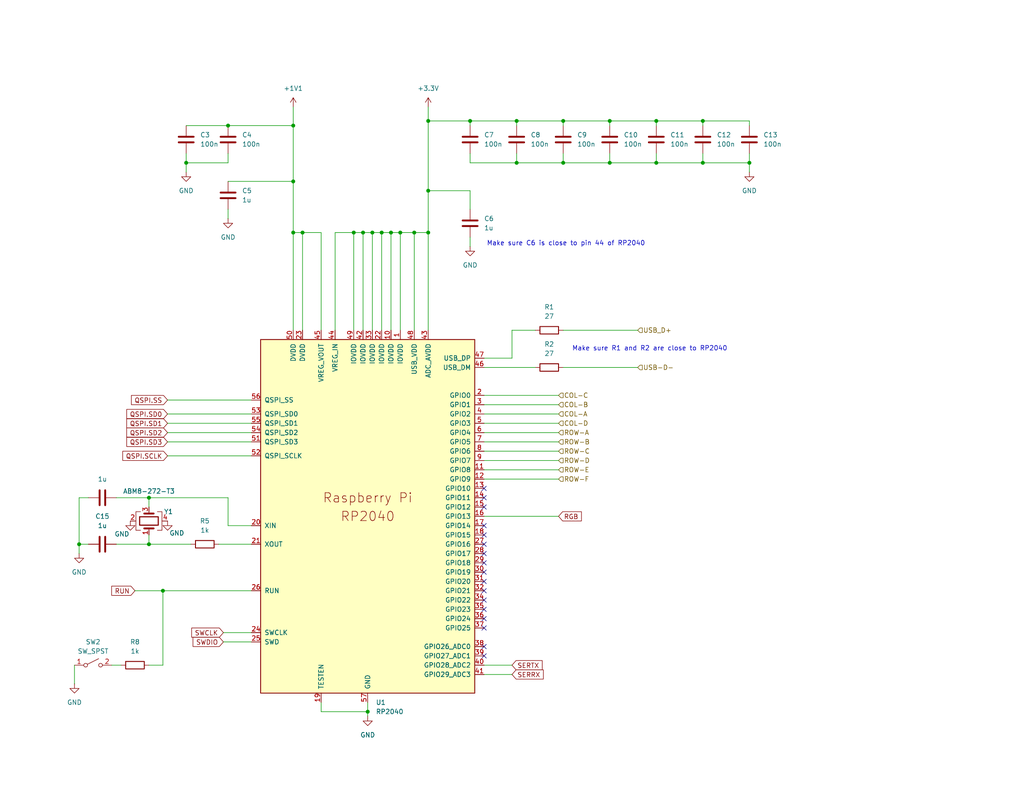
<source format=kicad_sch>
(kicad_sch (version 20231120) (generator "eeschema") (generator_version "8.0")
  (paper "A")
  (title_block (title "Jolt 2 - Left"))
  (lib_symbols
    (symbol "David Brown Keyboard Parts:RP2040" (pin_names (offset 1.016))
      (property "Reference" "U3" (at -27.94 49.53 0))
      (property "Value" "RP2040" (at 24.13 -50.8 0))
      (symbol "RP2040_0_0"
        (text "Raspberry Pi" (at 0 5.08 0) (effects (font (size 2.54 2.54))))
        (text "RP2040" (at 0 0 0) (effects (font (size 2.54 2.54))))
      )
      (symbol "RP2040_0_1"
        (rectangle (start 29.21 48.26) (end -29.21 -48.26) (stroke (width 0.254)) (fill (type background)))
      )
      (symbol "RP2040_1_1"
        (pin power_in line (at 8.89 50.8 270) (length 2.54) (name "IOVDD") (number "1"))
        (pin power_in line (at 6.35 50.8 270) (length 2.54) (name "IOVDD") (number "10"))
        (pin bidirectional line (at 31.75 12.7 180) (length 2.54) (name "GPIO8") (number "11"))
        (pin bidirectional line (at 31.75 10.16 180) (length 2.54) (name "GPIO9") (number "12"))
        (pin bidirectional line (at 31.75 7.62 180) (length 2.54) (name "GPIO10") (number "13"))
        (pin bidirectional line (at 31.75 5.08 180) (length 2.54) (name "GPIO11") (number "14"))
        (pin bidirectional line (at 31.75 2.54 180) (length 2.54) (name "GPIO12") (number "15"))
        (pin bidirectional line (at 31.75 0 180) (length 2.54) (name "GPIO13") (number "16"))
        (pin bidirectional line (at 31.75 -2.54 180) (length 2.54) (name "GPIO14") (number "17"))
        (pin bidirectional line (at 31.75 -5.08 180) (length 2.54) (name "GPIO15") (number "18"))
        (pin passive line (at -12.7 -50.8 90) (length 2.54) (name "TESTEN") (number "19"))
        (pin bidirectional line (at 31.75 33.02 180) (length 2.54) (name "GPIO0") (number "2"))
        (pin input line (at -31.75 -2.54 0) (length 2.54) (name "XIN") (number "20"))
        (pin passive line (at -31.75 -7.62 0) (length 2.54) (name "XOUT") (number "21"))
        (pin power_in line (at 3.81 50.8 270) (length 2.54) (name "IOVDD") (number "22"))
        (pin power_in line (at -17.78 50.8 270) (length 2.54) (name "DVDD") (number "23"))
        (pin input line (at -31.75 -31.75 0) (length 2.54) (name "SWCLK") (number "24"))
        (pin bidirectional line (at -31.75 -34.29 0) (length 2.54) (name "SWD") (number "25"))
        (pin input line (at -31.75 -20.32 0) (length 2.54) (name "RUN") (number "26"))
        (pin bidirectional line (at 31.75 -7.62 180) (length 2.54) (name "GPIO16") (number "27"))
        (pin bidirectional line (at 31.75 -10.16 180) (length 2.54) (name "GPIO17") (number "28"))
        (pin bidirectional line (at 31.75 -12.7 180) (length 2.54) (name "GPIO18") (number "29"))
        (pin bidirectional line (at 31.75 30.48 180) (length 2.54) (name "GPIO1") (number "3"))
        (pin bidirectional line (at 31.75 -15.24 180) (length 2.54) (name "GPIO19") (number "30"))
        (pin bidirectional line (at 31.75 -17.78 180) (length 2.54) (name "GPIO20") (number "31"))
        (pin bidirectional line (at 31.75 -20.32 180) (length 2.54) (name "GPIO21") (number "32"))
        (pin power_in line (at 1.27 50.8 270) (length 2.54) (name "IOVDD") (number "33"))
        (pin bidirectional line (at 31.75 -22.86 180) (length 2.54) (name "GPIO22") (number "34"))
        (pin bidirectional line (at 31.75 -25.4 180) (length 2.54) (name "GPIO23") (number "35"))
        (pin bidirectional line (at 31.75 -27.94 180) (length 2.54) (name "GPIO24") (number "36"))
        (pin bidirectional line (at 31.75 -30.48 180) (length 2.54) (name "GPIO25") (number "37"))
        (pin bidirectional line (at 31.75 -35.56 180) (length 2.54) (name "GPIO26_ADC0") (number "38"))
        (pin bidirectional line (at 31.75 -38.1 180) (length 2.54) (name "GPIO27_ADC1") (number "39"))
        (pin bidirectional line (at 31.75 27.94 180) (length 2.54) (name "GPIO2") (number "4"))
        (pin bidirectional line (at 31.75 -40.64 180) (length 2.54) (name "GPIO28_ADC2") (number "40"))
        (pin bidirectional line (at 31.75 -43.18 180) (length 2.54) (name "GPIO29_ADC3") (number "41"))
        (pin power_in line (at -1.27 50.8 270) (length 2.54) (name "IOVDD") (number "42"))
        (pin power_in line (at 16.51 50.8 270) (length 2.54) (name "ADC_AVDD") (number "43"))
        (pin power_in line (at -8.89 50.8 270) (length 2.54) (name "VREG_IN") (number "44"))
        (pin power_out line (at -12.7 50.8 270) (length 2.54) (name "VREG_VOUT") (number "45"))
        (pin bidirectional line (at 31.75 40.64 180) (length 2.54) (name "USB_DM") (number "46"))
        (pin bidirectional line (at 31.75 43.18 180) (length 2.54) (name "USB_DP") (number "47"))
        (pin power_in line (at 12.7 50.8 270) (length 2.54) (name "USB_VDD") (number "48"))
        (pin power_in line (at -3.81 50.8 270) (length 2.54) (name "IOVDD") (number "49"))
        (pin bidirectional line (at 31.75 25.4 180) (length 2.54) (name "GPIO3") (number "5"))
        (pin power_in line (at -20.32 50.8 270) (length 2.54) (name "DVDD") (number "50"))
        (pin bidirectional line (at -31.75 20.32 0) (length 2.54) (name "QSPI_SD3") (number "51"))
        (pin output line (at -31.75 16.51 0) (length 2.54) (name "QSPI_SCLK") (number "52"))
        (pin bidirectional line (at -31.75 27.94 0) (length 2.54) (name "QSPI_SD0") (number "53"))
        (pin bidirectional line (at -31.75 22.86 0) (length 2.54) (name "QSPI_SD2") (number "54"))
        (pin bidirectional line (at -31.75 25.4 0) (length 2.54) (name "QSPI_SD1") (number "55"))
        (pin bidirectional line (at -31.75 31.75 0) (length 2.54) (name "QSPI_SS") (number "56"))
        (pin power_in line (at 0 -50.8 90) (length 2.54) (name "GND") (number "57"))
        (pin bidirectional line (at 31.75 22.86 180) (length 2.54) (name "GPIO4") (number "6"))
        (pin bidirectional line (at 31.75 20.32 180) (length 2.54) (name "GPIO5") (number "7"))
        (pin bidirectional line (at 31.75 17.78 180) (length 2.54) (name "GPIO6") (number "8"))
        (pin bidirectional line (at 31.75 15.24 180) (length 2.54) (name "GPIO7") (number "9"))
      )
    )
    (symbol "Device:C" (pin_numbers hide) (pin_names (offset 0.254))
      (property "Reference" "C" (at 0.635 2.54 0))
      (property "Value" "C" (at 0.635 -2.54 0))
      (symbol "C_0_1"
        (polyline (pts (xy -2.032 -0.762) (xy 2.032 -0.762)) (stroke (width 0.508)))
        (polyline (pts (xy -2.032 0.762) (xy 2.032 0.762)) (stroke (width 0.508)))
      )
      (symbol "C_1_1"
        (pin passive line (at 0 3.81 270) (length 2.794) (name "~") (number "1"))
        (pin passive line (at 0 -3.81 90) (length 2.794) (name "~") (number "2"))
      )
    )
    (symbol "Device:Crystal_GND24" (pin_names (offset 1.016) hide)
      (property "Reference" "Y" (at 3.175 5.08 0))
      (property "Value" "Crystal_GND24" (at 3.175 3.175 0))
      (symbol "Crystal_GND24_0_1"
        (rectangle (start -1.143 2.54) (end 1.143 -2.54) (stroke (width 0.3048)))
        (polyline (pts (xy -2.54 0) (xy -2.032 0)))
        (polyline (pts (xy -2.032 -1.27) (xy -2.032 1.27)) (stroke (width 0.508)))
        (polyline (pts (xy 0 -3.81) (xy 0 -3.556)))
        (polyline (pts (xy 0 3.556) (xy 0 3.81)))
        (polyline (pts (xy 2.032 -1.27) (xy 2.032 1.27)) (stroke (width 0.508)))
        (polyline (pts (xy 2.032 0) (xy 2.54 0)))
        (polyline (pts (xy -2.54 -2.286) (xy -2.54 -3.556) (xy 2.54 -3.556) (xy 2.54 -2.286)))
        (polyline (pts (xy -2.54 2.286) (xy -2.54 3.556) (xy 2.54 3.556) (xy 2.54 2.286)))
      )
      (symbol "Crystal_GND24_1_1"
        (pin passive line (at -3.81 0 0) (length 1.27) (name "1") (number "1"))
        (pin passive line (at 0 5.08 270) (length 1.27) (name "2") (number "2"))
        (pin passive line (at 3.81 0 180) (length 1.27) (name "3") (number "3"))
        (pin passive line (at 0 -5.08 90) (length 1.27) (name "4") (number "4"))
      )
    )
    (symbol "Device:R" (pin_numbers hide) (pin_names (offset 0))
      (property "Reference" "R" (at 2.032 0 90))
      (property "Value" "R" (at 0 0 90))
      (symbol "R_0_1"
        (rectangle (start -1.016 -2.54) (end 1.016 2.54) (stroke (width 0.254)))
      )
      (symbol "R_1_1"
        (pin passive line (at 0 3.81 270) (length 1.27) (name "~") (number "1"))
        (pin passive line (at 0 -3.81 90) (length 1.27) (name "~") (number "2"))
      )
    )
    (symbol "Switch:SW_SPST" (pin_names (offset 0) hide)
      (property "Reference" "SW" (at 0 3.175 0))
      (property "Value" "SW_SPST" (at 0 -2.54 0))
      (symbol "SW_SPST_0_0"
        (circle (center -2.032 0) (radius 0.508))
        (polyline (pts (xy -1.524 0.254) (xy 1.524 1.778)))
        (circle (center 2.032 0) (radius 0.508))
      )
      (symbol "SW_SPST_1_1"
        (pin passive line (at -5.08 0 0) (length 2.54) (name "A") (number "1"))
        (pin passive line (at 5.08 0 180) (length 2.54) (name "B") (number "2"))
      )
    )
    (symbol "power:+1V1" (power) (pin_numbers hide) (pin_names (offset 0) hide)
      (property "Value" "+1V1" (at 0 3.556 0))
      (symbol "+1V1_0_1"
        (polyline (pts (xy -0.762 1.27) (xy 0 2.54)))
        (polyline (pts (xy 0 0) (xy 0 2.54)))
        (polyline (pts (xy 0 2.54) (xy 0.762 1.27)))
      )
      (symbol "+1V1_1_1"
        (pin power_in line (at 0 0 90) (length 0) (name "~") (number "1"))
      )
    )
    (symbol "power:+3.3V" (power) (pin_numbers hide) (pin_names (offset 0) hide)
      (property "Value" "+3.3V" (at 0 3.556 0))
      (symbol "+3.3V_0_1"
        (polyline (pts (xy -0.762 1.27) (xy 0 2.54)))
        (polyline (pts (xy 0 0) (xy 0 2.54)))
        (polyline (pts (xy 0 2.54) (xy 0.762 1.27)))
      )
      (symbol "+3.3V_1_1"
        (pin power_in line (at 0 0 90) (length 0) (name "~") (number "1"))
      )
    )
    (symbol "power:GND" (power) (pin_numbers hide) (pin_names (offset 0) hide)
      (property "Value" "GND" (at 0 -3.81 0))
      (symbol "GND_0_1"
        (polyline (pts (xy 0 0) (xy 0 -1.27) (xy 1.27 -1.27) (xy 0 -2.54) (xy -1.27 -1.27) (xy 0 -1.27)))
      )
      (symbol "GND_1_1"
        (pin power_in line (at 0 0 270) (length 0) (name "~") (number "1"))
      )
    )
  )
  (junction (at 166.37 44.45))
  (junction (at 101.6 63.5))
  (junction (at 116.84 63.5))
  (junction (at 99.06 63.5))
  (junction (at 204.47 44.45))
  (junction (at 153.67 44.45))
  (junction (at 40.64 148.59))
  (junction (at 179.07 33.02))
  (junction (at 80.01 63.5))
  (junction (at 109.22 63.5))
  (junction (at 104.14 63.5))
  (junction (at 106.68 63.5))
  (junction (at 116.84 33.02))
  (junction (at 21.59 148.59))
  (junction (at 50.8 44.45))
  (junction (at 96.52 63.5))
  (junction (at 100.33 194.31))
  (junction (at 80.01 34.29))
  (junction (at 179.07 44.45))
  (junction (at 191.77 44.45))
  (junction (at 116.84 52.07))
  (junction (at 153.67 33.02))
  (junction (at 80.01 49.53))
  (junction (at 113.03 63.5))
  (junction (at 40.64 135.89))
  (junction (at 166.37 33.02))
  (junction (at 44.45 161.29))
  (junction (at 128.27 33.02))
  (junction (at 82.55 63.5))
  (junction (at 140.97 33.02))
  (junction (at 140.97 44.45))
  (junction (at 191.77 33.02))
  (junction (at 62.23 34.29))
  (no_connect (at 132.08 161.29))
  (no_connect (at 132.08 146.05))
  (no_connect (at 132.08 166.37))
  (no_connect (at 132.08 151.13))
  (no_connect (at 132.08 143.51))
  (no_connect (at 132.08 163.83))
  (no_connect (at 132.08 158.75))
  (no_connect (at 132.08 133.35))
  (no_connect (at 132.08 168.91))
  (no_connect (at 132.08 171.45))
  (no_connect (at 132.08 135.89))
  (no_connect (at 132.08 176.53))
  (no_connect (at 132.08 156.21))
  (no_connect (at 132.08 179.07))
  (no_connect (at 132.08 138.43))
  (no_connect (at 132.08 148.59))
  (no_connect (at 132.08 153.67))
  (wire (pts (xy 109.22 63.5) (xy 113.03 63.5)))
  (wire (pts (xy 132.08 184.15) (xy 139.7 184.15)))
  (wire (pts (xy 179.07 44.45) (xy 191.77 44.45)))
  (wire (pts (xy 132.08 125.73) (xy 152.4 125.73)))
  (wire (pts (xy 50.8 44.45) (xy 50.8 46.99)))
  (wire (pts (xy 87.63 191.77) (xy 87.63 194.31)))
  (wire (pts (xy 132.08 100.33) (xy 146.05 100.33)))
  (wire (pts (xy 40.64 135.89) (xy 40.64 138.43)))
  (wire (pts (xy 113.03 90.17) (xy 113.03 63.5)))
  (wire (pts (xy 80.01 49.53) (xy 80.01 63.5)))
  (wire (pts (xy 132.08 115.57) (xy 152.4 115.57)))
  (wire (pts (xy 179.07 33.02) (xy 179.07 34.29)))
  (wire (pts (xy 80.01 29.21) (xy 80.01 34.29)))
  (wire (pts (xy 62.23 143.51) (xy 68.58 143.51)))
  (wire (pts (xy 128.27 44.45) (xy 140.97 44.45)))
  (wire (pts (xy 191.77 44.45) (xy 204.47 44.45)))
  (wire (pts (xy 62.23 44.45) (xy 50.8 44.45)))
  (wire (pts (xy 20.32 181.61) (xy 20.32 186.69)))
  (wire (pts (xy 140.97 41.91) (xy 140.97 44.45)))
  (wire (pts (xy 166.37 41.91) (xy 166.37 44.45)))
  (wire (pts (xy 132.08 97.79) (xy 139.7 97.79)))
  (wire (pts (xy 113.03 63.5) (xy 116.84 63.5)))
  (wire (pts (xy 99.06 63.5) (xy 99.06 90.17)))
  (wire (pts (xy 204.47 44.45) (xy 204.47 46.99)))
  (wire (pts (xy 128.27 57.15) (xy 128.27 52.07)))
  (wire (pts (xy 116.84 52.07) (xy 116.84 63.5)))
  (wire (pts (xy 45.72 113.03) (xy 68.58 113.03)))
  (wire (pts (xy 153.67 90.17) (xy 173.99 90.17)))
  (wire (pts (xy 101.6 63.5) (xy 101.6 90.17)))
  (wire (pts (xy 132.08 113.03) (xy 152.4 113.03)))
  (wire (pts (xy 132.08 181.61) (xy 139.7 181.61)))
  (wire (pts (xy 153.67 33.02) (xy 153.67 34.29)))
  (wire (pts (xy 87.63 90.17) (xy 87.63 63.5)))
  (wire (pts (xy 91.44 90.17) (xy 91.44 63.5)))
  (wire (pts (xy 166.37 44.45) (xy 179.07 44.45)))
  (wire (pts (xy 40.64 135.89) (xy 62.23 135.89)))
  (wire (pts (xy 44.45 161.29) (xy 68.58 161.29)))
  (wire (pts (xy 132.08 130.81) (xy 152.4 130.81)))
  (wire (pts (xy 31.75 148.59) (xy 40.64 148.59)))
  (wire (pts (xy 62.23 57.15) (xy 62.23 59.69)))
  (wire (pts (xy 116.84 33.02) (xy 128.27 33.02)))
  (wire (pts (xy 62.23 135.89) (xy 62.23 143.51)))
  (wire (pts (xy 21.59 148.59) (xy 21.59 135.89)))
  (wire (pts (xy 140.97 33.02) (xy 140.97 34.29)))
  (wire (pts (xy 45.72 120.65) (xy 68.58 120.65)))
  (wire (pts (xy 139.7 97.79) (xy 139.7 90.17)))
  (wire (pts (xy 50.8 41.91) (xy 50.8 44.45)))
  (wire (pts (xy 21.59 151.13) (xy 21.59 148.59)))
  (wire (pts (xy 101.6 63.5) (xy 104.14 63.5)))
  (wire (pts (xy 21.59 148.59) (xy 24.13 148.59)))
  (wire (pts (xy 153.67 100.33) (xy 173.99 100.33)))
  (wire (pts (xy 191.77 41.91) (xy 191.77 44.45)))
  (wire (pts (xy 87.63 63.5) (xy 82.55 63.5)))
  (wire (pts (xy 60.96 175.26) (xy 68.58 175.26)))
  (wire (pts (xy 109.22 90.17) (xy 109.22 63.5)))
  (wire (pts (xy 96.52 90.17) (xy 96.52 63.5)))
  (wire (pts (xy 45.72 118.11) (xy 68.58 118.11)))
  (wire (pts (xy 36.83 161.29) (xy 44.45 161.29)))
  (wire (pts (xy 62.23 49.53) (xy 80.01 49.53)))
  (wire (pts (xy 40.64 148.59) (xy 52.07 148.59)))
  (wire (pts (xy 106.68 63.5) (xy 109.22 63.5)))
  (wire (pts (xy 91.44 63.5) (xy 96.52 63.5)))
  (wire (pts (xy 96.52 63.5) (xy 99.06 63.5)))
  (wire (pts (xy 80.01 63.5) (xy 80.01 90.17)))
  (wire (pts (xy 139.7 90.17) (xy 146.05 90.17)))
  (wire (pts (xy 100.33 194.31) (xy 100.33 195.58)))
  (wire (pts (xy 116.84 29.21) (xy 116.84 33.02)))
  (wire (pts (xy 153.67 44.45) (xy 166.37 44.45)))
  (wire (pts (xy 50.8 34.29) (xy 62.23 34.29)))
  (wire (pts (xy 153.67 41.91) (xy 153.67 44.45)))
  (wire (pts (xy 132.08 128.27) (xy 152.4 128.27)))
  (wire (pts (xy 153.67 33.02) (xy 166.37 33.02)))
  (wire (pts (xy 128.27 64.77) (xy 128.27 67.31)))
  (wire (pts (xy 132.08 123.19) (xy 152.4 123.19)))
  (wire (pts (xy 45.72 115.57) (xy 68.58 115.57)))
  (wire (pts (xy 31.75 135.89) (xy 40.64 135.89)))
  (wire (pts (xy 59.69 148.59) (xy 68.58 148.59)))
  (wire (pts (xy 60.96 172.72) (xy 68.58 172.72)))
  (wire (pts (xy 106.68 63.5) (xy 106.68 90.17)))
  (wire (pts (xy 128.27 52.07) (xy 116.84 52.07)))
  (wire (pts (xy 128.27 33.02) (xy 140.97 33.02)))
  (wire (pts (xy 44.45 181.61) (xy 44.45 161.29)))
  (wire (pts (xy 132.08 120.65) (xy 152.4 120.65)))
  (wire (pts (xy 104.14 63.5) (xy 106.68 63.5)))
  (wire (pts (xy 132.08 107.95) (xy 152.4 107.95)))
  (wire (pts (xy 204.47 33.02) (xy 204.47 34.29)))
  (wire (pts (xy 82.55 63.5) (xy 80.01 63.5)))
  (wire (pts (xy 82.55 90.17) (xy 82.55 63.5)))
  (wire (pts (xy 132.08 118.11) (xy 152.4 118.11)))
  (wire (pts (xy 191.77 33.02) (xy 191.77 34.29)))
  (wire (pts (xy 191.77 33.02) (xy 204.47 33.02)))
  (wire (pts (xy 116.84 33.02) (xy 116.84 52.07)))
  (wire (pts (xy 80.01 34.29) (xy 80.01 49.53)))
  (wire (pts (xy 30.48 181.61) (xy 33.02 181.61)))
  (wire (pts (xy 140.97 33.02) (xy 153.67 33.02)))
  (wire (pts (xy 99.06 63.5) (xy 101.6 63.5)))
  (wire (pts (xy 45.72 109.22) (xy 68.58 109.22)))
  (wire (pts (xy 179.07 41.91) (xy 179.07 44.45)))
  (wire (pts (xy 62.23 41.91) (xy 62.23 44.45)))
  (wire (pts (xy 204.47 41.91) (xy 204.47 44.45)))
  (wire (pts (xy 179.07 33.02) (xy 191.77 33.02)))
  (wire (pts (xy 104.14 63.5) (xy 104.14 90.17)))
  (wire (pts (xy 116.84 63.5) (xy 116.84 90.17)))
  (wire (pts (xy 128.27 33.02) (xy 128.27 34.29)))
  (wire (pts (xy 100.33 191.77) (xy 100.33 194.31)))
  (wire (pts (xy 21.59 135.89) (xy 24.13 135.89)))
  (wire (pts (xy 80.01 34.29) (xy 62.23 34.29)))
  (wire (pts (xy 45.72 124.46) (xy 68.58 124.46)))
  (wire (pts (xy 40.64 146.05) (xy 40.64 148.59)))
  (wire (pts (xy 87.63 194.31) (xy 100.33 194.31)))
  (wire (pts (xy 40.64 181.61) (xy 44.45 181.61)))
  (wire (pts (xy 166.37 33.02) (xy 179.07 33.02)))
  (wire (pts (xy 140.97 44.45) (xy 153.67 44.45)))
  (wire (pts (xy 128.27 41.91) (xy 128.27 44.45)))
  (wire (pts (xy 132.08 140.97) (xy 152.4 140.97)))
  (wire (pts (xy 166.37 33.02) (xy 166.37 34.29)))
  (wire (pts (xy 132.08 110.49) (xy 152.4 110.49)))
  (text "Make sure R1 and R2 are close to RP2040" (at 177.292 95.25 0) (effects (font (size 1.27 1.27))))
  (text "Make sure C6 is close to pin 44 of RP2040" (at 154.432 66.548 0) (effects (font (size 1.27 1.27))))
  (global_label "QSPI.SD0" (shape input) (at 45.72 113.03 180) (property "Intersheetrefs" "${INTERSHEET_REFS}" (effects (hide yes))))
  (global_label "QSPI.SD3" (shape input) (at 45.72 120.65 180) (property "Intersheetrefs" "${INTERSHEET_REFS}" (effects (hide yes))))
  (global_label "SERTX" (shape input) (at 139.7 181.61 0) (property "Intersheetrefs" "${INTERSHEET_REFS}" (effects (hide yes))))
  (global_label "SERRX" (shape input) (at 139.7 184.15 0) (property "Intersheetrefs" "${INTERSHEET_REFS}" (effects (hide yes))))
  (global_label "SWDIO" (shape input) (at 60.96 175.26 180) (property "Intersheetrefs" "${INTERSHEET_REFS}" (effects (hide yes))))
  (global_label "QSPI.SS" (shape input) (at 45.72 109.22 180) (property "Intersheetrefs" "${INTERSHEET_REFS}" (effects (hide yes))))
  (global_label "RGB" (shape input) (at 152.4 140.97 0) (property "Intersheetrefs" "${INTERSHEET_REFS}" (effects (hide yes))))
  (global_label "SWCLK" (shape input) (at 60.96 172.72 180) (property "Intersheetrefs" "${INTERSHEET_REFS}" (effects (hide yes))))
  (global_label "QSPI.SD2" (shape input) (at 45.72 118.11 180) (property "Intersheetrefs" "${INTERSHEET_REFS}" (effects (hide yes))))
  (global_label "QSPI.SD1" (shape input) (at 45.72 115.57 180) (property "Intersheetrefs" "${INTERSHEET_REFS}" (effects (hide yes))))
  (global_label "QSPI.SCLK" (shape input) (at 45.72 124.46 180) (property "Intersheetrefs" "${INTERSHEET_REFS}" (effects (hide yes))))
  (global_label "RUN" (shape input) (at 36.83 161.29 180) (property "Intersheetrefs" "${INTERSHEET_REFS}" (effects (hide yes))))
  (hierarchical_label "USB-D-" (shape input) (at 173.99 100.33 0))
  (hierarchical_label "ROW-F" (shape input) (at 152.4 130.81 0))
  (hierarchical_label "ROW-E" (shape input) (at 152.4 128.27 0))
  (hierarchical_label "ROW-C" (shape input) (at 152.4 123.19 0))
  (hierarchical_label "ROW-D" (shape input) (at 152.4 125.73 0))
  (hierarchical_label "COL-C" (shape input) (at 152.4 107.95 0))
  (hierarchical_label "COL-B" (shape input) (at 152.4 110.49 0))
  (hierarchical_label "ROW-B" (shape input) (at 152.4 120.65 0))
  (hierarchical_label "COL-A" (shape input) (at 152.4 113.03 0))
  (hierarchical_label "ROW-A" (shape input) (at 152.4 118.11 0))
  (hierarchical_label "COL-D" (shape input) (at 152.4 115.57 0))
  (hierarchical_label "USB_D+" (shape input) (at 173.99 90.17 0))
  (symbol (lib_id "Device:C") (at 153.67 38.1 0) (unit 1)
    (property "Reference" "C9" (at 157.48 36.8299 0) (effects (justify left)))
    (property "Value" "100n" (at 157.48 39.3699 0) (effects (justify left)))
    (property "Footprint" "Capacitor_SMD:C_0603_1608Metric" (effects (hide yes)))
    (property "Description" "Unpolarized capacitor" (effects (hide yes)))
  )
  (symbol (lib_id "power:GND") (at 20.32 186.69 0) (unit 1)
    (property "Reference" "#PWR022" (effects (hide yes)))
    (property "Value" "GND" (at 20.32 191.77 0))
    (property "Description" "Power symbol creates a global label with name \"GND\" , ground" (effects (hide yes)))
  )
  (symbol (lib_id "Device:C") (at 62.23 38.1 0) (unit 1)
    (property "Reference" "C4" (at 66.04 36.8299 0) (effects (justify left)))
    (property "Value" "100n" (at 66.04 39.3699 0) (effects (justify left)))
    (property "Footprint" "Capacitor_SMD:C_0603_1608Metric" (effects (hide yes)))
    (property "Description" "Unpolarized capacitor" (effects (hide yes)))
  )
  (symbol (lib_id "Device:C") (at 62.23 53.34 0) (unit 1)
    (property "Reference" "C5" (at 66.04 52.0699 0) (effects (justify left)))
    (property "Value" "1u" (at 66.04 54.6099 0) (effects (justify left)))
    (property "Footprint" "Capacitor_SMD:C_0603_1608Metric" (effects (hide yes)))
    (property "Description" "Unpolarized capacitor" (effects (hide yes)))
  )
  (symbol (lib_id "Device:C") (at 128.27 38.1 0) (unit 1)
    (property "Reference" "C7" (at 132.08 36.8299 0) (effects (justify left)))
    (property "Value" "100n" (at 132.08 39.3699 0) (effects (justify left)))
    (property "Footprint" "Capacitor_SMD:C_0603_1608Metric" (effects (hide yes)))
    (property "Description" "Unpolarized capacitor" (effects (hide yes)))
  )
  (symbol (lib_id "Switch:SW_SPST") (at 25.4 181.61 0) (unit 1)
    (property "Reference" "SW2" (at 25.4 175.26 0))
    (property "Value" "SW_SPST" (at 25.4 177.8 0))
    (property "Footprint" "Button_Switch_SMD:SW_Push_1P1T_NO_CK_KMR2" (effects (hide yes)))
    (property "Description" "Single Pole Single Throw (SPST) switch" (effects (hide yes)))
  )
  (symbol (lib_id "Device:C") (at 50.8 38.1 0) (unit 1)
    (property "Reference" "C3" (at 54.61 36.8299 0) (effects (justify left)))
    (property "Value" "100n" (at 54.61 39.3699 0) (effects (justify left)))
    (property "Footprint" "Capacitor_SMD:C_0603_1608Metric" (effects (hide yes)))
    (property "Description" "Unpolarized capacitor" (effects (hide yes)))
  )
  (symbol (lib_id "power:GND") (at 100.33 195.58 0) (unit 1)
    (property "Reference" "#PWR021" (effects (hide yes)))
    (property "Value" "GND" (at 100.33 200.66 0))
    (property "Description" "Power symbol creates a global label with name \"GND\" , ground" (effects (hide yes)))
  )
  (symbol (lib_id "David Brown Keyboard Parts:RP2040") (at 100.33 140.97 0) (unit 1)
    (property "Reference" "U1" (at 102.5241 191.77 0) (effects (justify left)))
    (property "Value" "RP2040" (at 102.5241 194.31 0) (effects (justify left)))
    (property "Footprint" "davidb-keyboard-foot:RP2040-QFN-56" (effects (hide yes)))
  )
  (symbol (lib_id "Device:R") (at 149.86 100.33 90) (unit 1)
    (property "Reference" "R2" (at 149.86 93.98 90))
    (property "Value" "27" (at 149.86 96.52 90))
    (property "Footprint" "Resistor_SMD:R_0603_1608Metric" (effects (hide yes)))
    (property "Description" "Resistor" (effects (hide yes)))
  )
  (symbol (lib_id "Device:C") (at 179.07 38.1 0) (unit 1)
    (property "Reference" "C11" (at 182.88 36.8299 0) (effects (justify left)))
    (property "Value" "100n" (at 182.88 39.3699 0) (effects (justify left)))
    (property "Footprint" "Capacitor_SMD:C_0603_1608Metric" (effects (hide yes)))
    (property "Description" "Unpolarized capacitor" (effects (hide yes)))
  )
  (symbol (lib_id "Device:C") (at 27.94 135.89 90) (unit 1)
    (property "Reference" "C14" (effects (hide yes)))
    (property "Value" "1u" (at 27.94 130.81 90))
    (property "Footprint" "Capacitor_SMD:C_0603_1608Metric" (effects (hide yes)))
    (property "Description" "Unpolarized capacitor" (effects (hide yes)))
  )
  (symbol (lib_id "power:GND") (at 21.59 151.13 0) (unit 1)
    (property "Reference" "#PWR013" (effects (hide yes)))
    (property "Value" "GND" (at 21.59 156.21 0))
    (property "Description" "Power symbol creates a global label with name \"GND\" , ground" (effects (hide yes)))
  )
  (symbol (lib_id "Device:C") (at 128.27 60.96 0) (unit 1)
    (property "Reference" "C6" (at 132.08 59.6899 0) (effects (justify left)))
    (property "Value" "1u" (at 132.08 62.2299 0) (effects (justify left)))
    (property "Footprint" "Capacitor_SMD:C_0603_1608Metric" (effects (hide yes)))
    (property "Description" "Unpolarized capacitor" (effects (hide yes)))
  )
  (symbol (lib_id "power:GND") (at 50.8 46.99 0) (unit 1)
    (property "Reference" "#PWR09" (effects (hide yes)))
    (property "Value" "GND" (at 50.8 52.07 0))
    (property "Description" "Power symbol creates a global label with name \"GND\" , ground" (effects (hide yes)))
  )
  (symbol (lib_id "Device:C") (at 204.47 38.1 0) (unit 1)
    (property "Reference" "C13" (at 208.28 36.8299 0) (effects (justify left)))
    (property "Value" "100n" (at 208.28 39.3699 0) (effects (justify left)))
    (property "Footprint" "Capacitor_SMD:C_0603_1608Metric" (effects (hide yes)))
    (property "Description" "Unpolarized capacitor" (effects (hide yes)))
  )
  (symbol (lib_id "Device:C") (at 166.37 38.1 0) (unit 1)
    (property "Reference" "C10" (at 170.18 36.8299 0) (effects (justify left)))
    (property "Value" "100n" (at 170.18 39.3699 0) (effects (justify left)))
    (property "Footprint" "Capacitor_SMD:C_0603_1608Metric" (effects (hide yes)))
    (property "Description" "Unpolarized capacitor" (effects (hide yes)))
  )
  (symbol (lib_id "Device:R") (at 55.88 148.59 90) (unit 1)
    (property "Reference" "R5" (at 55.88 142.24 90))
    (property "Value" "1k" (at 55.88 144.78 90))
    (property "Footprint" "Resistor_SMD:R_0603_1608Metric" (effects (hide yes)))
    (property "Description" "Resistor" (effects (hide yes)))
  )
  (symbol (lib_id "Device:R") (at 149.86 90.17 90) (unit 1)
    (property "Reference" "R1" (at 149.86 83.82 90))
    (property "Value" "27" (at 149.86 86.36 90))
    (property "Footprint" "Resistor_SMD:R_0603_1608Metric" (effects (hide yes)))
    (property "Description" "Resistor" (effects (hide yes)))
  )
  (symbol (lib_id "power:GND") (at 35.56 142.24 0) (unit 1)
    (property "Reference" "#PWR014" (effects (hide yes)))
    (property "Value" "GND" (at 33.274 145.796 0))
    (property "Description" "Power symbol creates a global label with name \"GND\" , ground" (effects (hide yes)))
  )
  (symbol (lib_id "Device:C") (at 140.97 38.1 0) (unit 1)
    (property "Reference" "C8" (at 144.78 36.8299 0) (effects (justify left)))
    (property "Value" "100n" (at 144.78 39.3699 0) (effects (justify left)))
    (property "Footprint" "Capacitor_SMD:C_0603_1608Metric" (effects (hide yes)))
    (property "Description" "Unpolarized capacitor" (effects (hide yes)))
  )
  (symbol (lib_id "power:GND") (at 204.47 46.99 0) (unit 1)
    (property "Reference" "#PWR07" (effects (hide yes)))
    (property "Value" "GND" (at 204.47 52.07 0))
    (property "Description" "Power symbol creates a global label with name \"GND\" , ground" (effects (hide yes)))
  )
  (symbol (lib_id "power:GND") (at 62.23 59.69 0) (unit 1)
    (property "Reference" "#PWR010" (effects (hide yes)))
    (property "Value" "GND" (at 62.23 64.77 0))
    (property "Description" "Power symbol creates a global label with name \"GND\" , ground" (effects (hide yes)))
  )
  (symbol (lib_id "Device:R") (at 36.83 181.61 270) (unit 1)
    (property "Reference" "R8" (at 36.83 175.26 90))
    (property "Value" "1k" (at 36.83 177.8 90))
    (property "Footprint" "Resistor_SMD:R_0603_1608Metric" (effects (hide yes)))
    (property "Description" "Resistor" (effects (hide yes)))
  )
  (symbol (lib_id "power:GND") (at 45.72 142.24 0) (unit 1)
    (property "Reference" "#PWR015" (effects (hide yes)))
    (property "Value" "GND" (at 48.26 145.542 0))
    (property "Description" "Power symbol creates a global label with name \"GND\" , ground" (effects (hide yes)))
  )
  (symbol (lib_id "Device:C") (at 191.77 38.1 0) (unit 1)
    (property "Reference" "C12" (at 195.58 36.8299 0) (effects (justify left)))
    (property "Value" "100n" (at 195.58 39.3699 0) (effects (justify left)))
    (property "Footprint" "Capacitor_SMD:C_0603_1608Metric" (effects (hide yes)))
    (property "Description" "Unpolarized capacitor" (effects (hide yes)))
  )
  (symbol (lib_id "power:+3.3V") (at 116.84 29.21 0) (unit 1)
    (property "Reference" "#PWR012" (effects (hide yes)))
    (property "Value" "+3.3V" (at 116.84 24.13 0))
    (property "Description" "Power symbol creates a global label with name \"+3.3V\"" (effects (hide yes)))
  )
  (symbol (lib_id "power:GND") (at 128.27 67.31 0) (unit 1)
    (property "Reference" "#PWR08" (effects (hide yes)))
    (property "Value" "GND" (at 128.27 72.39 0))
    (property "Description" "Power symbol creates a global label with name \"GND\" , ground" (effects (hide yes)))
  )
  (symbol (lib_id "power:+1V1") (at 80.01 29.21 0) (unit 1)
    (property "Reference" "#PWR011" (effects (hide yes)))
    (property "Value" "+1V1" (at 80.01 24.13 0))
    (property "Description" "Power symbol creates a global label with name \"+1V1\"" (effects (hide yes)))
  )
  (symbol (lib_id "Device:Crystal_GND24") (at 40.64 142.24 90) (unit 1)
    (property "Reference" "Y1" (at 45.974 139.7 90))
    (property "Value" "ABM8-272-T3" (at 40.64 134.112 90))
    (property "Footprint" "Crystal:Crystal_SMD_Abracon_ABM8G-4Pin_3.2x2.5mm" (effects (hide yes)))
    (property "Description" "Four pin crystal, GND on pins 2 and 4" (effects (hide yes)))
  )
  (symbol (lib_id "Device:C") (at 27.94 148.59 90) (unit 1)
    (property "Reference" "C15" (at 27.94 140.97 90))
    (property "Value" "1u" (at 27.94 143.51 90))
    (property "Footprint" "Capacitor_SMD:C_0603_1608Metric" (effects (hide yes)))
    (property "Description" "Unpolarized capacitor" (effects (hide yes)))
  )
)
</source>
